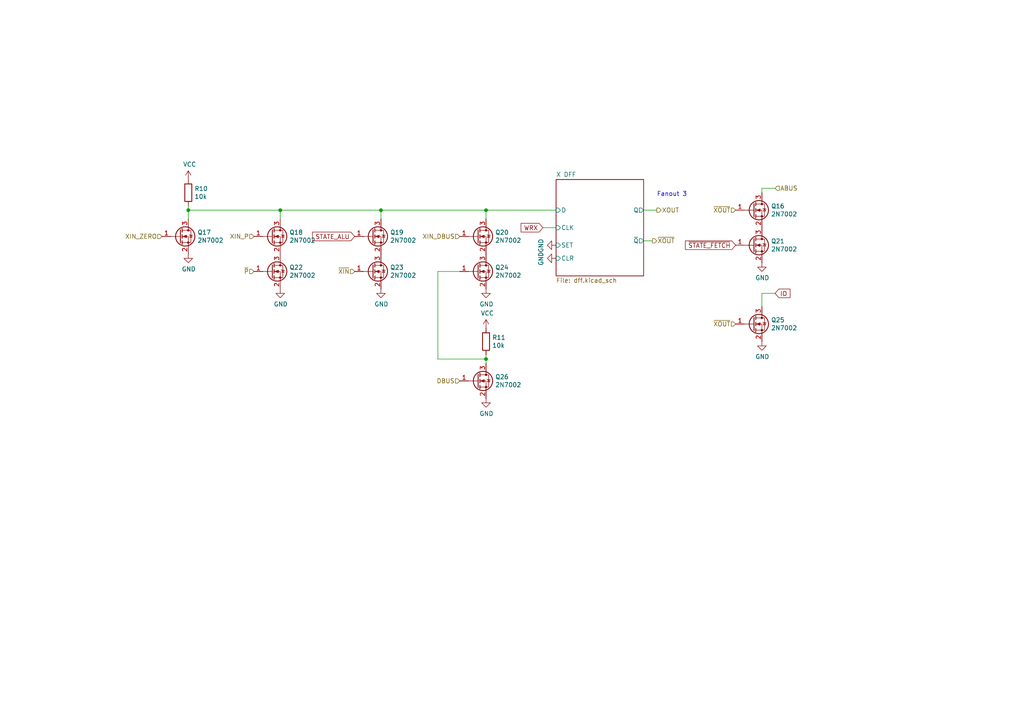
<source format=kicad_sch>
(kicad_sch (version 20230121) (generator eeschema)
  (paper "A4")
  (title_block (title "Q2 Computer") (date "2022-04-16") (rev "4c") (company "joewing.net"))
  (lib_symbols
    (symbol "Device:R" (pin_numbers hide) (pin_names (offset 0))
      (property "Reference" "R" (at 2.032 0 90))
      (property "Value" "R" (at 0 0 90))
      (symbol "R_0_1"
        (rectangle (start -1.016 -2.54) (end 1.016 2.54) (stroke (width 0.254)))
      )
      (symbol "R_1_1"
        (pin passive line (at 0 3.81 270) (length 1.27) (name "~") (number "1"))
        (pin passive line (at 0 -3.81 90) (length 1.27) (name "~") (number "2"))
      )
    )
    (symbol "Transistor_FET:2N7002" (pin_names hide)
      (property "Reference" "Q" (at 5.08 1.905 0))
      (property "Value" "2N7002" (at 5.08 0 0))
      (symbol "2N7002_0_1"
        (polyline (pts (xy 0.254 0) (xy -2.54 0)))
        (polyline (pts (xy 0.254 1.905) (xy 0.254 -1.905)) (stroke (width 0.254)))
        (polyline (pts (xy 0.762 -1.27) (xy 0.762 -2.286)) (stroke (width 0.254)))
        (polyline (pts (xy 0.762 0.508) (xy 0.762 -0.508)) (stroke (width 0.254)))
        (polyline (pts (xy 0.762 2.286) (xy 0.762 1.27)) (stroke (width 0.254)))
        (polyline (pts (xy 2.54 2.54) (xy 2.54 1.778)))
        (polyline (pts (xy 2.54 -2.54) (xy 2.54 0) (xy 0.762 0)))
        (polyline (pts (xy 0.762 -1.778) (xy 3.302 -1.778) (xy 3.302 1.778) (xy 0.762 1.778)))
        (polyline (pts (xy 1.016 0) (xy 2.032 0.381) (xy 2.032 -0.381) (xy 1.016 0)) (fill (type outline)))
        (polyline (pts (xy 2.794 0.508) (xy 2.921 0.381) (xy 3.683 0.381) (xy 3.81 0.254)))
        (polyline (pts (xy 3.302 0.381) (xy 2.921 -0.254) (xy 3.683 -0.254) (xy 3.302 0.381)))
        (circle (center 1.651 0) (radius 2.794) (stroke (width 0.254)))
        (circle (center 2.54 -1.778) (radius 0.254) (fill (type outline)))
        (circle (center 2.54 1.778) (radius 0.254) (fill (type outline)))
      )
      (symbol "2N7002_1_1"
        (pin input line (at -5.08 0 0) (length 2.54) (name "G") (number "1"))
        (pin passive line (at 2.54 -5.08 90) (length 2.54) (name "S") (number "2"))
        (pin passive line (at 2.54 5.08 270) (length 2.54) (name "D") (number "3"))
      )
    )
    (symbol "power:GND" (power) (pin_names (offset 0))
      (property "Value" "GND" (at 0 -3.81 0))
      (symbol "GND_0_1"
        (polyline (pts (xy 0 0) (xy 0 -1.27) (xy 1.27 -1.27) (xy 0 -2.54) (xy -1.27 -1.27) (xy 0 -1.27)))
      )
      (symbol "GND_1_1"
        (pin power_in line (at 0 0 270) (length 0) hide (name "GND") (number "1"))
      )
    )
    (symbol "power:VCC" (power) (pin_names (offset 0))
      (property "Value" "VCC" (at 0 3.81 0))
      (symbol "VCC_0_1"
        (polyline (pts (xy -0.762 1.27) (xy 0 2.54)))
        (polyline (pts (xy 0 0) (xy 0 2.54)))
        (polyline (pts (xy 0 2.54) (xy 0.762 1.27)))
      )
      (symbol "VCC_1_1"
        (pin power_in line (at 0 0 90) (length 0) hide (name "VCC") (number "1"))
      )
    )
  )
  (junction (at 54.61 60.96))
  (junction (at 81.28 60.96))
  (junction (at 140.97 104.14))
  (junction (at 140.97 60.96))
  (junction (at 110.49 60.96))
  (wire (pts (xy 110.49 60.96) (xy 140.97 60.96)))
  (wire (pts (xy 190.5 60.96) (xy 186.69 60.96)))
  (wire (pts (xy 54.61 63.5) (xy 54.61 60.96)))
  (wire (pts (xy 157.48 66.04) (xy 161.29 66.04)))
  (wire (pts (xy 110.49 60.96) (xy 110.49 63.5)))
  (wire (pts (xy 81.28 60.96) (xy 81.28 63.5)))
  (wire (pts (xy 127 78.74) (xy 127 104.14)))
  (wire (pts (xy 54.61 60.96) (xy 81.28 60.96)))
  (wire (pts (xy 133.35 78.74) (xy 127 78.74)))
  (wire (pts (xy 140.97 102.87) (xy 140.97 104.14)))
  (wire (pts (xy 220.98 85.09) (xy 220.98 88.9)))
  (wire (pts (xy 224.79 85.09) (xy 220.98 85.09)))
  (wire (pts (xy 54.61 59.69) (xy 54.61 60.96)))
  (wire (pts (xy 140.97 104.14) (xy 140.97 105.41)))
  (wire (pts (xy 81.28 60.96) (xy 110.49 60.96)))
  (wire (pts (xy 140.97 60.96) (xy 161.29 60.96)))
  (wire (pts (xy 189.23 69.85) (xy 186.69 69.85)))
  (wire (pts (xy 220.98 54.61) (xy 220.98 55.88)))
  (wire (pts (xy 140.97 104.14) (xy 127 104.14)))
  (wire (pts (xy 140.97 60.96) (xy 140.97 63.5)))
  (wire (pts (xy 224.79 54.61) (xy 220.98 54.61)))
  (text "Fanout 3" (at 190.5 57.15 0) (effects (font (size 1.27 1.27)) (justify left bottom)))
  (global_label "WRX" (shape input) (at 157.48 66.04 180) (property "Intersheetrefs" "${INTERSHEET_REFS}" (effects hide)))
  (global_label "IO" (shape input) (at 224.79 85.09 0) (property "Intersheetrefs" "${INTERSHEET_REFS}" (effects hide)))
  (global_label "STATE_ALU" (shape input) (at 102.87 68.58 180) (property "Intersheetrefs" "${INTERSHEET_REFS}" (effects hide)))
  (global_label "~{STATE_FETCH}" (shape input) (at 213.36 71.12 180) (property "Intersheetrefs" "${INTERSHEET_REFS}" (effects hide)))
  (hierarchical_label "XOUT" (shape output) (at 190.5 60.96 0))
  (hierarchical_label "DBUS" (shape input) (at 133.35 110.49 180))
  (hierarchical_label "XIN_ZERO" (shape input) (at 46.99 68.58 180))
  (hierarchical_label "XIN_DBUS" (shape input) (at 133.35 68.58 180))
  (hierarchical_label "~{XOUT}" (shape input) (at 213.36 93.98 180))
  (hierarchical_label "~{XIN}" (shape input) (at 102.87 78.74 180))
  (hierarchical_label "~{XOUT}" (shape input) (at 213.36 60.96 180))
  (hierarchical_label "ABUS" (shape input) (at 224.79 54.61 0))
  (hierarchical_label "~{XOUT}" (shape output) (at 189.23 69.85 0))
  (hierarchical_label "XIN_P" (shape input) (at 73.66 68.58 180))
  (hierarchical_label "~{P}" (shape input) (at 73.66 78.74 180))
  (symbol (lib_id "Transistor_FET:2N7002") (at 218.44 60.96 0) (unit 1)
    (property "Reference" "Q16" (at 223.6216 59.7916 0) (effects (justify left)))
    (property "Value" "2N7002" (at 223.6216 62.103 0) (effects (justify left)))
    (property "Footprint" "Package_TO_SOT_SMD:SOT-23" (effects hide))
    (property "LCSC" "C181083" (effects hide))
    (property "Manufacturer" "Guangdong Hottech" (effects hide))
    (property "Part Number" "2N7002" (effects hide))
    (property "Package" "SOT-23" (effects hide))
    (property "Type" "SMD" (effects hide))
    (instances (project "q2" (path "" (reference "Q16") (unit 1)) (path "" (reference "Q86") (unit 1)) (path "" (reference "Q156") (unit 1)) (path "" (reference "Q226") (unit 1)) (path "" (reference "Q296") (unit 1))))
  )
  (symbol (lib_id "Transistor_FET:2N7002") (at 218.44 71.12 0) (unit 1)
    (property "Reference" "Q21" (at 223.6216 69.9516 0) (effects (justify left)))
    (property "Value" "2N7002" (at 223.6216 72.263 0) (effects (justify left)))
    (property "Footprint" "Package_TO_SOT_SMD:SOT-23" (effects hide))
    (property "LCSC" "C181083" (effects hide))
    (property "Manufacturer" "Guangdong Hottech" (effects hide))
    (property "Part Number" "2N7002" (effects hide))
    (property "Package" "SOT-23" (effects hide))
    (property "Type" "SMD" (effects hide))
    (instances (project "q2" (path "" (reference "Q21") (unit 1)) (path "" (reference "Q91") (unit 1)) (path "" (reference "Q161") (unit 1)) (path "" (reference "Q231") (unit 1)) (path "" (reference "Q301") (unit 1))))
  )
  (symbol (lib_id "power:GND") (at 220.98 76.2 0) (unit 1)
    (property "Reference" "#PWR023" (effects hide))
    (property "Value" "GND" (at 221.107 80.5942 0))
    (instances (project "q2" (path "" (reference "#PWR023") (unit 1)) (path "" (reference "#PWR076") (unit 1)) (path "" (reference "#PWR0129") (unit 1)) (path "" (reference "#PWR0182") (unit 1)) (path "" (reference "#PWR0235") (unit 1))))
  )
  (symbol (lib_id "Transistor_FET:2N7002") (at 218.44 93.98 0) (unit 1)
    (property "Reference" "Q25" (at 223.6216 92.8116 0) (effects (justify left)))
    (property "Value" "2N7002" (at 223.6216 95.123 0) (effects (justify left)))
    (property "Footprint" "Package_TO_SOT_SMD:SOT-23" (effects hide))
    (property "LCSC" "C181083" (effects hide))
    (property "Manufacturer" "Guangdong Hottech" (effects hide))
    (property "Part Number" "2N7002" (effects hide))
    (property "Package" "SOT-23" (effects hide))
    (property "Type" "SMD" (effects hide))
    (instances (project "q2" (path "" (reference "Q25") (unit 1)) (path "" (reference "Q95") (unit 1)) (path "" (reference "Q165") (unit 1)) (path "" (reference "Q235") (unit 1)) (path "" (reference "Q305") (unit 1))))
  )
  (symbol (lib_id "Transistor_FET:2N7002") (at 78.74 78.74 0) (unit 1)
    (property "Reference" "Q22" (at 83.9216 77.5716 0) (effects (justify left)))
    (property "Value" "2N7002" (at 83.9216 79.883 0) (effects (justify left)))
    (property "Footprint" "Package_TO_SOT_SMD:SOT-23" (effects hide))
    (property "LCSC" "C181083" (effects hide))
    (property "Manufacturer" "Guangdong Hottech" (effects hide))
    (property "Part Number" "2N7002" (effects hide))
    (property "Package" "SOT-23" (effects hide))
    (property "Type" "SMD" (effects hide))
    (instances (project "q2" (path "" (reference "Q22") (unit 1)) (path "" (reference "Q92") (unit 1)) (path "" (reference "Q162") (unit 1)) (path "" (reference "Q232") (unit 1)) (path "" (reference "Q302") (unit 1))))
  )
  (symbol (lib_id "power:GND") (at 81.28 83.82 0) (unit 1)
    (property "Reference" "#PWR024" (effects hide))
    (property "Value" "GND" (at 81.407 88.2142 0))
    (instances (project "q2" (path "" (reference "#PWR024") (unit 1)) (path "" (reference "#PWR077") (unit 1)) (path "" (reference "#PWR0130") (unit 1)) (path "" (reference "#PWR0183") (unit 1)) (path "" (reference "#PWR0236") (unit 1))))
  )
  (symbol (lib_id "Transistor_FET:2N7002") (at 78.74 68.58 0) (unit 1)
    (property "Reference" "Q18" (at 83.9216 67.4116 0) (effects (justify left)))
    (property "Value" "2N7002" (at 83.9216 69.723 0) (effects (justify left)))
    (property "Footprint" "Package_TO_SOT_SMD:SOT-23" (effects hide))
    (property "LCSC" "C181083" (effects hide))
    (property "Manufacturer" "Guangdong Hottech" (effects hide))
    (property "Part Number" "2N7002" (effects hide))
    (property "Package" "SOT-23" (effects hide))
    (property "Type" "SMD" (effects hide))
    (instances (project "q2" (path "" (reference "Q18") (unit 1)) (path "" (reference "Q88") (unit 1)) (path "" (reference "Q158") (unit 1)) (path "" (reference "Q228") (unit 1)) (path "" (reference "Q298") (unit 1))))
  )
  (symbol (lib_id "Transistor_FET:2N7002") (at 107.95 78.74 0) (unit 1)
    (property "Reference" "Q23" (at 113.1316 77.5716 0) (effects (justify left)))
    (property "Value" "2N7002" (at 113.1316 79.883 0) (effects (justify left)))
    (property "Footprint" "Package_TO_SOT_SMD:SOT-23" (effects hide))
    (property "LCSC" "C181083" (effects hide))
    (property "Manufacturer" "Guangdong Hottech" (effects hide))
    (property "Part Number" "2N7002" (effects hide))
    (property "Package" "SOT-23" (effects hide))
    (property "Type" "SMD" (effects hide))
    (instances (project "q2" (path "" (reference "Q23") (unit 1)) (path "" (reference "Q93") (unit 1)) (path "" (reference "Q163") (unit 1)) (path "" (reference "Q233") (unit 1)) (path "" (reference "Q303") (unit 1))))
  )
  (symbol (lib_id "power:GND") (at 110.49 83.82 0) (unit 1)
    (property "Reference" "#PWR025" (effects hide))
    (property "Value" "GND" (at 110.617 88.2142 0))
    (instances (project "q2" (path "" (reference "#PWR025") (unit 1)) (path "" (reference "#PWR078") (unit 1)) (path "" (reference "#PWR0131") (unit 1)) (path "" (reference "#PWR0184") (unit 1)) (path "" (reference "#PWR0237") (unit 1))))
  )
  (symbol (lib_id "Transistor_FET:2N7002") (at 107.95 68.58 0) (unit 1)
    (property "Reference" "Q19" (at 113.1316 67.4116 0) (effects (justify left)))
    (property "Value" "2N7002" (at 113.1316 69.723 0) (effects (justify left)))
    (property "Footprint" "Package_TO_SOT_SMD:SOT-23" (effects hide))
    (property "LCSC" "C181083" (effects hide))
    (property "Manufacturer" "Guangdong Hottech" (effects hide))
    (property "Part Number" "2N7002" (effects hide))
    (property "Package" "SOT-23" (effects hide))
    (property "Type" "SMD" (effects hide))
    (instances (project "q2" (path "" (reference "Q19") (unit 1)) (path "" (reference "Q89") (unit 1)) (path "" (reference "Q159") (unit 1)) (path "" (reference "Q229") (unit 1)) (path "" (reference "Q299") (unit 1))))
  )
  (symbol (lib_id "power:GND") (at 220.98 99.06 0) (unit 1)
    (property "Reference" "#PWR028" (effects hide))
    (property "Value" "GND" (at 221.107 103.4542 0))
    (instances (project "q2" (path "" (reference "#PWR028") (unit 1)) (path "" (reference "#PWR081") (unit 1)) (path "" (reference "#PWR0134") (unit 1)) (path "" (reference "#PWR0187") (unit 1)) (path "" (reference "#PWR0240") (unit 1))))
  )
  (symbol (lib_id "Transistor_FET:2N7002") (at 138.43 68.58 0) (unit 1)
    (property "Reference" "Q20" (at 143.6116 67.4116 0) (effects (justify left)))
    (property "Value" "2N7002" (at 143.6116 69.723 0) (effects (justify left)))
    (property "Footprint" "Package_TO_SOT_SMD:SOT-23" (effects hide))
    (property "LCSC" "C181083" (effects hide))
    (property "Manufacturer" "Guangdong Hottech" (effects hide))
    (property "Part Number" "2N7002" (effects hide))
    (property "Package" "SOT-23" (effects hide))
    (property "Type" "SMD" (effects hide))
    (instances (project "q2" (path "" (reference "Q20") (unit 1)) (path "" (reference "Q90") (unit 1)) (path "" (reference "Q160") (unit 1)) (path "" (reference "Q230") (unit 1)) (path "" (reference "Q300") (unit 1))))
  )
  (symbol (lib_id "Transistor_FET:2N7002") (at 138.43 110.49 0) (unit 1)
    (property "Reference" "Q26" (at 143.6116 109.3216 0) (effects (justify left)))
    (property "Value" "2N7002" (at 143.6116 111.633 0) (effects (justify left)))
    (property "Footprint" "Package_TO_SOT_SMD:SOT-23" (effects hide))
    (property "LCSC" "C181083" (effects hide))
    (property "Manufacturer" "Guangdong Hottech" (effects hide))
    (property "Part Number" "2N7002" (effects hide))
    (property "Package" "SOT-23" (effects hide))
    (property "Type" "SMD" (effects hide))
    (instances (project "q2" (path "" (reference "Q26") (unit 1)) (path "" (reference "Q96") (unit 1)) (path "" (reference "Q166") (unit 1)) (path "" (reference "Q236") (unit 1)) (path "" (reference "Q306") (unit 1))))
  )
  (symbol (lib_id "power:GND") (at 140.97 115.57 0) (unit 1)
    (property "Reference" "#PWR029" (effects hide))
    (property "Value" "GND" (at 141.097 119.9642 0))
    (instances (project "q2" (path "" (reference "#PWR029") (unit 1)) (path "" (reference "#PWR082") (unit 1)) (path "" (reference "#PWR0135") (unit 1)) (path "" (reference "#PWR0188") (unit 1)) (path "" (reference "#PWR0241") (unit 1))))
  )
  (symbol (lib_id "Transistor_FET:2N7002") (at 138.43 78.74 0) (unit 1)
    (property "Reference" "Q24" (at 143.6116 77.5716 0) (effects (justify left)))
    (property "Value" "2N7002" (at 143.6116 79.883 0) (effects (justify left)))
    (property "Footprint" "Package_TO_SOT_SMD:SOT-23" (effects hide))
    (property "LCSC" "C181083" (effects hide))
    (property "Manufacturer" "Guangdong Hottech" (effects hide))
    (property "Part Number" "2N7002" (effects hide))
    (property "Package" "SOT-23" (effects hide))
    (property "Type" "SMD" (effects hide))
    (instances (project "q2" (path "" (reference "Q24") (unit 1)) (path "" (reference "Q94") (unit 1)) (path "" (reference "Q164") (unit 1)) (path "" (reference "Q234") (unit 1)) (path "" (reference "Q304") (unit 1))))
  )
  (symbol (lib_id "Device:R") (at 140.97 99.06 0) (unit 1)
    (property "Reference" "R11" (at 142.748 97.8916 0) (effects (justify left)))
    (property "Value" "10k" (at 142.748 100.203 0) (effects (justify left)))
    (property "Footprint" "Resistor_SMD:R_0603_1608Metric" (effects hide))
    (property "LCSC" "C25804" (effects hide))
    (property "Manufacturer" "UNI-ROYAL(Uniroyal Elec)" (effects hide))
    (property "Part Number" "0603WAF1002T5E" (effects hide))
    (property "Package" "0603" (effects hide))
    (property "Type" "SMD" (effects hide))
    (instances (project "q2" (path "" (reference "R11") (unit 1)) (path "" (reference "R41") (unit 1)) (path "" (reference "R71") (unit 1)) (path "" (reference "R101") (unit 1)) (path "" (reference "R131") (unit 1))))
  )
  (symbol (lib_id "power:VCC") (at 140.97 95.25 0) (unit 1)
    (property "Reference" "#PWR027" (effects hide))
    (property "Value" "VCC" (at 141.351 90.8558 0))
    (instances (project "q2" (path "" (reference "#PWR027") (unit 1)) (path "" (reference "#PWR080") (unit 1)) (path "" (reference "#PWR0133") (unit 1)) (path "" (reference "#PWR0186") (unit 1)) (path "" (reference "#PWR0239") (unit 1))))
  )
  (symbol (lib_id "power:GND") (at 140.97 83.82 0) (unit 1)
    (property "Reference" "#PWR026" (effects hide))
    (property "Value" "GND" (at 141.097 88.2142 0))
    (instances (project "q2" (path "" (reference "#PWR026") (unit 1)) (path "" (reference "#PWR079") (unit 1)) (path "" (reference "#PWR0132") (unit 1)) (path "" (reference "#PWR0185") (unit 1)) (path "" (reference "#PWR0238") (unit 1))))
  )
  (symbol (lib_id "Transistor_FET:2N7002") (at 52.07 68.58 0) (unit 1)
    (property "Reference" "Q17" (at 57.2516 67.4116 0) (effects (justify left)))
    (property "Value" "2N7002" (at 57.2516 69.723 0) (effects (justify left)))
    (property "Footprint" "Package_TO_SOT_SMD:SOT-23" (effects hide))
    (property "LCSC" "C181083" (effects hide))
    (property "Manufacturer" "Guangdong Hottech" (effects hide))
    (property "Part Number" "2N7002" (effects hide))
    (property "Package" "SOT-23" (effects hide))
    (property "Type" "SMD" (effects hide))
    (instances (project "q2" (path "" (reference "Q17") (unit 1)) (path "" (reference "Q87") (unit 1)) (path "" (reference "Q157") (unit 1)) (path "" (reference "Q227") (unit 1)) (path "" (reference "Q297") (unit 1))))
  )
  (symbol (lib_id "power:GND") (at 54.61 73.66 0) (unit 1)
    (property "Reference" "#PWR021" (effects hide))
    (property "Value" "GND" (at 54.737 78.0542 0))
    (instances (project "q2" (path "" (reference "#PWR021") (unit 1)) (path "" (reference "#PWR074") (unit 1)) (path "" (reference "#PWR0127") (unit 1)) (path "" (reference "#PWR0180") (unit 1)) (path "" (reference "#PWR0233") (unit 1))))
  )
  (symbol (lib_id "Device:R") (at 54.61 55.88 0) (unit 1)
    (property "Reference" "R10" (at 56.388 54.7116 0) (effects (justify left)))
    (property "Value" "10k" (at 56.388 57.023 0) (effects (justify left)))
    (property "Footprint" "Resistor_SMD:R_0603_1608Metric" (effects hide))
    (property "LCSC" "C25804" (effects hide))
    (property "Manufacturer" "UNI-ROYAL(Uniroyal Elec)" (effects hide))
    (property "Part Number" "0603WAF1002T5E" (effects hide))
    (property "Package" "0603" (effects hide))
    (property "Type" "SMD" (effects hide))
    (instances (project "q2" (path "" (reference "R10") (unit 1)) (path "" (reference "R40") (unit 1)) (path "" (reference "R70") (unit 1)) (path "" (reference "R100") (unit 1)) (path "" (reference "R130") (unit 1))))
  )
  (symbol (lib_id "power:VCC") (at 54.61 52.07 0) (unit 1)
    (property "Reference" "#PWR019" (effects hide))
    (property "Value" "VCC" (at 54.991 47.6758 0))
    (instances (project "q2" (path "" (reference "#PWR019") (unit 1)) (path "" (reference "#PWR072") (unit 1)) (path "" (reference "#PWR0125") (unit 1)) (path "" (reference "#PWR0178") (unit 1)) (path "" (reference "#PWR0231") (unit 1))))
  )
  (symbol (lib_id "power:GND") (at 161.29 71.12 270) (unit 1)
    (property "Reference" "#PWR020" (effects hide))
    (property "Value" "GND" (at 156.8958 71.247 0))
    (instances (project "q2" (path "" (reference "#PWR020") (unit 1)) (path "" (reference "#PWR073") (unit 1)) (path "" (reference "#PWR0126") (unit 1)) (path "" (reference "#PWR0179") (unit 1)) (path "" (reference "#PWR0232") (unit 1))))
  )
  (symbol (lib_id "power:GND") (at 161.29 74.93 270) (unit 1)
    (property "Reference" "#PWR022" (effects hide))
    (property "Value" "GND" (at 156.8958 75.057 0))
    (instances (project "q2" (path "" (reference "#PWR022") (unit 1)) (path "" (reference "#PWR075") (unit 1)) (path "" (reference "#PWR0128") (unit 1)) (path "" (reference "#PWR0181") (unit 1)) (path "" (reference "#PWR0234") (unit 1))))
  )
  (sheet (at 161.29 52.07) (size 25.4 27.94)
    (property "Sheetname" "X DFF" (at 161.29 51.3584 0) (effects (justify left bottom)))
    (property "Sheetfile" "dff.kicad_sch" (at 161.29 80.5946 0) (effects (justify left top)))
    (pin "D" input (at 161.29 60.96 180))
    (pin "CLK" input (at 161.29 66.04 180))
    (pin "Q" output (at 186.69 60.96 0))
    (pin "~{Q}" output (at 186.69 69.85 0))
    (pin "SET" input (at 161.29 71.12 180))
    (pin "CLR" input (at 161.29 74.93 180))
  )
)
</source>
